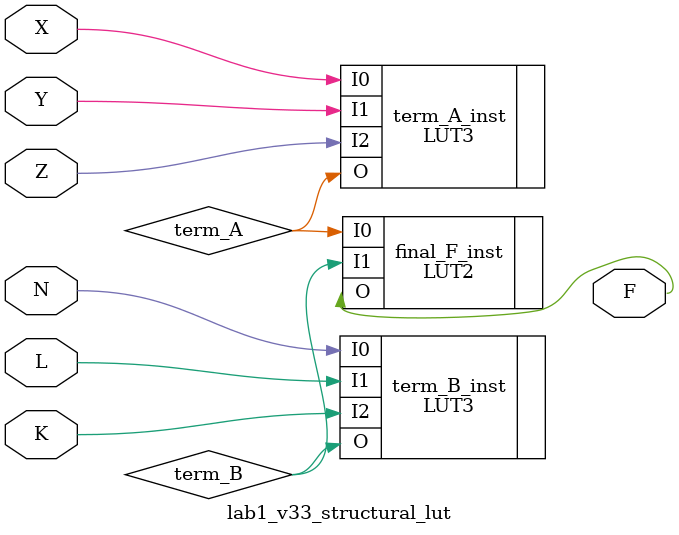
<source format=v>
module lab1_v33_structural_lut(
    input  X, Y, Z, K, L, N, // Входные сигналы
    output F                 // Выходной сигнал
    );

    // Промежуточные сигналы для соединения LUT
    wire term_A, term_B;

    // Шаг 1: Реализуем term_A = (~X | ~Y) ^ Z с помощью одного LUT3
    // Входы: I2=Z, I1=Y, I0=X
    LUT3 #(.INIT(8'b10000111)) term_A_inst (
        .I0(X), 
        .I1(Y), 
        .I2(Z), 
        .O(term_A)
    );

    // Шаг 2: Реализуем term_B = ~(K ^ ~L ^ ~N) с помощью одного LUT3
    LUT3 #(.INIT(8'b01101001)) term_B_inst (
        .I0(N), 
        .I1(L), 
        .I2(K), 
        .O(term_B)
    );

    // Шаг 3: Реализуем F = term_A ^ term_B с помощью LUT2
    LUT2 #(.INIT(4'b0110)) final_F_inst (
        .I0(term_A), 
        .I1(term_B), 
        .O(F)
    );

endmodule
</source>
